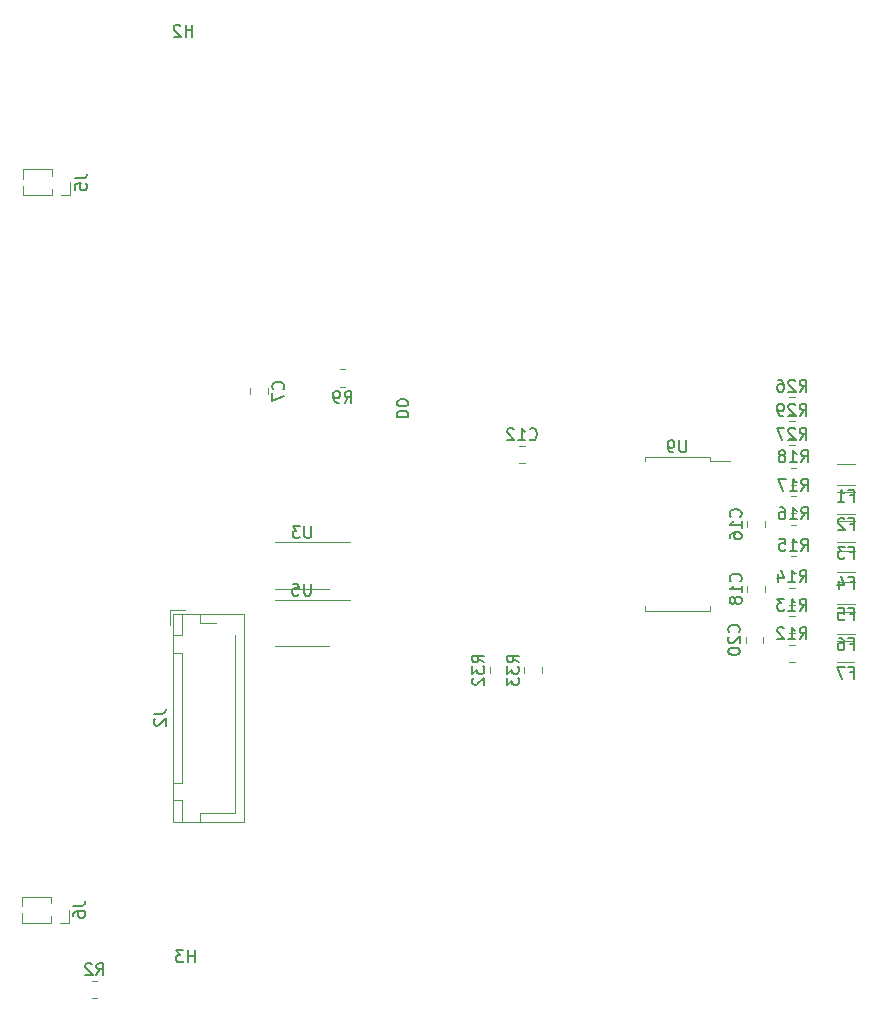
<source format=gbr>
%TF.GenerationSoftware,KiCad,Pcbnew,7.0.9*%
%TF.CreationDate,2024-01-08T18:18:13+05:30*%
%TF.ProjectId,BMS LTC6804-2,424d5320-4c54-4433-9638-30342d322e6b,rev?*%
%TF.SameCoordinates,Original*%
%TF.FileFunction,Legend,Bot*%
%TF.FilePolarity,Positive*%
%FSLAX46Y46*%
G04 Gerber Fmt 4.6, Leading zero omitted, Abs format (unit mm)*
G04 Created by KiCad (PCBNEW 7.0.9) date 2024-01-08 18:18:13*
%MOMM*%
%LPD*%
G01*
G04 APERTURE LIST*
%ADD10C,0.150000*%
%ADD11C,0.120000*%
G04 APERTURE END LIST*
D10*
X55425180Y-47601094D02*
X56425180Y-47601094D01*
X56425180Y-47601094D02*
X56425180Y-47362999D01*
X56425180Y-47362999D02*
X56377561Y-47220142D01*
X56377561Y-47220142D02*
X56282323Y-47124904D01*
X56282323Y-47124904D02*
X56187085Y-47077285D01*
X56187085Y-47077285D02*
X55996609Y-47029666D01*
X55996609Y-47029666D02*
X55853752Y-47029666D01*
X55853752Y-47029666D02*
X55663276Y-47077285D01*
X55663276Y-47077285D02*
X55568038Y-47124904D01*
X55568038Y-47124904D02*
X55472800Y-47220142D01*
X55472800Y-47220142D02*
X55425180Y-47362999D01*
X55425180Y-47362999D02*
X55425180Y-47601094D01*
X56425180Y-46410618D02*
X56425180Y-46315380D01*
X56425180Y-46315380D02*
X56377561Y-46220142D01*
X56377561Y-46220142D02*
X56329942Y-46172523D01*
X56329942Y-46172523D02*
X56234704Y-46124904D01*
X56234704Y-46124904D02*
X56044228Y-46077285D01*
X56044228Y-46077285D02*
X55806133Y-46077285D01*
X55806133Y-46077285D02*
X55615657Y-46124904D01*
X55615657Y-46124904D02*
X55520419Y-46172523D01*
X55520419Y-46172523D02*
X55472800Y-46220142D01*
X55472800Y-46220142D02*
X55425180Y-46315380D01*
X55425180Y-46315380D02*
X55425180Y-46410618D01*
X55425180Y-46410618D02*
X55472800Y-46505856D01*
X55472800Y-46505856D02*
X55520419Y-46553475D01*
X55520419Y-46553475D02*
X55615657Y-46601094D01*
X55615657Y-46601094D02*
X55806133Y-46648713D01*
X55806133Y-46648713D02*
X56044228Y-46648713D01*
X56044228Y-46648713D02*
X56234704Y-46601094D01*
X56234704Y-46601094D02*
X56329942Y-46553475D01*
X56329942Y-46553475D02*
X56377561Y-46505856D01*
X56377561Y-46505856D02*
X56425180Y-46410618D01*
X48183704Y-56802019D02*
X48183704Y-57611542D01*
X48183704Y-57611542D02*
X48136085Y-57706780D01*
X48136085Y-57706780D02*
X48088466Y-57754400D01*
X48088466Y-57754400D02*
X47993228Y-57802019D01*
X47993228Y-57802019D02*
X47802752Y-57802019D01*
X47802752Y-57802019D02*
X47707514Y-57754400D01*
X47707514Y-57754400D02*
X47659895Y-57706780D01*
X47659895Y-57706780D02*
X47612276Y-57611542D01*
X47612276Y-57611542D02*
X47612276Y-56802019D01*
X47231323Y-56802019D02*
X46612276Y-56802019D01*
X46612276Y-56802019D02*
X46945609Y-57182971D01*
X46945609Y-57182971D02*
X46802752Y-57182971D01*
X46802752Y-57182971D02*
X46707514Y-57230590D01*
X46707514Y-57230590D02*
X46659895Y-57278209D01*
X46659895Y-57278209D02*
X46612276Y-57373447D01*
X46612276Y-57373447D02*
X46612276Y-57611542D01*
X46612276Y-57611542D02*
X46659895Y-57706780D01*
X46659895Y-57706780D02*
X46707514Y-57754400D01*
X46707514Y-57754400D02*
X46802752Y-57802019D01*
X46802752Y-57802019D02*
X47088466Y-57802019D01*
X47088466Y-57802019D02*
X47183704Y-57754400D01*
X47183704Y-57754400D02*
X47231323Y-57706780D01*
X28057819Y-88947666D02*
X28772104Y-88947666D01*
X28772104Y-88947666D02*
X28914961Y-88900047D01*
X28914961Y-88900047D02*
X29010200Y-88804809D01*
X29010200Y-88804809D02*
X29057819Y-88661952D01*
X29057819Y-88661952D02*
X29057819Y-88566714D01*
X28057819Y-89852428D02*
X28057819Y-89661952D01*
X28057819Y-89661952D02*
X28105438Y-89566714D01*
X28105438Y-89566714D02*
X28153057Y-89519095D01*
X28153057Y-89519095D02*
X28295914Y-89423857D01*
X28295914Y-89423857D02*
X28486390Y-89376238D01*
X28486390Y-89376238D02*
X28867342Y-89376238D01*
X28867342Y-89376238D02*
X28962580Y-89423857D01*
X28962580Y-89423857D02*
X29010200Y-89471476D01*
X29010200Y-89471476D02*
X29057819Y-89566714D01*
X29057819Y-89566714D02*
X29057819Y-89757190D01*
X29057819Y-89757190D02*
X29010200Y-89852428D01*
X29010200Y-89852428D02*
X28962580Y-89900047D01*
X28962580Y-89900047D02*
X28867342Y-89947666D01*
X28867342Y-89947666D02*
X28629247Y-89947666D01*
X28629247Y-89947666D02*
X28534009Y-89900047D01*
X28534009Y-89900047D02*
X28486390Y-89852428D01*
X28486390Y-89852428D02*
X28438771Y-89757190D01*
X28438771Y-89757190D02*
X28438771Y-89566714D01*
X28438771Y-89566714D02*
X28486390Y-89471476D01*
X28486390Y-89471476D02*
X28534009Y-89423857D01*
X28534009Y-89423857D02*
X28629247Y-89376238D01*
X79938904Y-49544819D02*
X79938904Y-50354342D01*
X79938904Y-50354342D02*
X79891285Y-50449580D01*
X79891285Y-50449580D02*
X79843666Y-50497200D01*
X79843666Y-50497200D02*
X79748428Y-50544819D01*
X79748428Y-50544819D02*
X79557952Y-50544819D01*
X79557952Y-50544819D02*
X79462714Y-50497200D01*
X79462714Y-50497200D02*
X79415095Y-50449580D01*
X79415095Y-50449580D02*
X79367476Y-50354342D01*
X79367476Y-50354342D02*
X79367476Y-49544819D01*
X78843666Y-50544819D02*
X78653190Y-50544819D01*
X78653190Y-50544819D02*
X78557952Y-50497200D01*
X78557952Y-50497200D02*
X78510333Y-50449580D01*
X78510333Y-50449580D02*
X78415095Y-50306723D01*
X78415095Y-50306723D02*
X78367476Y-50116247D01*
X78367476Y-50116247D02*
X78367476Y-49735295D01*
X78367476Y-49735295D02*
X78415095Y-49640057D01*
X78415095Y-49640057D02*
X78462714Y-49592438D01*
X78462714Y-49592438D02*
X78557952Y-49544819D01*
X78557952Y-49544819D02*
X78748428Y-49544819D01*
X78748428Y-49544819D02*
X78843666Y-49592438D01*
X78843666Y-49592438D02*
X78891285Y-49640057D01*
X78891285Y-49640057D02*
X78938904Y-49735295D01*
X78938904Y-49735295D02*
X78938904Y-49973390D01*
X78938904Y-49973390D02*
X78891285Y-50068628D01*
X78891285Y-50068628D02*
X78843666Y-50116247D01*
X78843666Y-50116247D02*
X78748428Y-50163866D01*
X78748428Y-50163866D02*
X78557952Y-50163866D01*
X78557952Y-50163866D02*
X78462714Y-50116247D01*
X78462714Y-50116247D02*
X78415095Y-50068628D01*
X78415095Y-50068628D02*
X78367476Y-49973390D01*
X89542857Y-66368819D02*
X89876190Y-65892628D01*
X90114285Y-66368819D02*
X90114285Y-65368819D01*
X90114285Y-65368819D02*
X89733333Y-65368819D01*
X89733333Y-65368819D02*
X89638095Y-65416438D01*
X89638095Y-65416438D02*
X89590476Y-65464057D01*
X89590476Y-65464057D02*
X89542857Y-65559295D01*
X89542857Y-65559295D02*
X89542857Y-65702152D01*
X89542857Y-65702152D02*
X89590476Y-65797390D01*
X89590476Y-65797390D02*
X89638095Y-65845009D01*
X89638095Y-65845009D02*
X89733333Y-65892628D01*
X89733333Y-65892628D02*
X90114285Y-65892628D01*
X88590476Y-66368819D02*
X89161904Y-66368819D01*
X88876190Y-66368819D02*
X88876190Y-65368819D01*
X88876190Y-65368819D02*
X88971428Y-65511676D01*
X88971428Y-65511676D02*
X89066666Y-65606914D01*
X89066666Y-65606914D02*
X89161904Y-65654533D01*
X88209523Y-65464057D02*
X88161904Y-65416438D01*
X88161904Y-65416438D02*
X88066666Y-65368819D01*
X88066666Y-65368819D02*
X87828571Y-65368819D01*
X87828571Y-65368819D02*
X87733333Y-65416438D01*
X87733333Y-65416438D02*
X87685714Y-65464057D01*
X87685714Y-65464057D02*
X87638095Y-65559295D01*
X87638095Y-65559295D02*
X87638095Y-65654533D01*
X87638095Y-65654533D02*
X87685714Y-65797390D01*
X87685714Y-65797390D02*
X88257142Y-66368819D01*
X88257142Y-66368819D02*
X87638095Y-66368819D01*
X89669857Y-56208819D02*
X90003190Y-55732628D01*
X90241285Y-56208819D02*
X90241285Y-55208819D01*
X90241285Y-55208819D02*
X89860333Y-55208819D01*
X89860333Y-55208819D02*
X89765095Y-55256438D01*
X89765095Y-55256438D02*
X89717476Y-55304057D01*
X89717476Y-55304057D02*
X89669857Y-55399295D01*
X89669857Y-55399295D02*
X89669857Y-55542152D01*
X89669857Y-55542152D02*
X89717476Y-55637390D01*
X89717476Y-55637390D02*
X89765095Y-55685009D01*
X89765095Y-55685009D02*
X89860333Y-55732628D01*
X89860333Y-55732628D02*
X90241285Y-55732628D01*
X88717476Y-56208819D02*
X89288904Y-56208819D01*
X89003190Y-56208819D02*
X89003190Y-55208819D01*
X89003190Y-55208819D02*
X89098428Y-55351676D01*
X89098428Y-55351676D02*
X89193666Y-55446914D01*
X89193666Y-55446914D02*
X89288904Y-55494533D01*
X87860333Y-55208819D02*
X88050809Y-55208819D01*
X88050809Y-55208819D02*
X88146047Y-55256438D01*
X88146047Y-55256438D02*
X88193666Y-55304057D01*
X88193666Y-55304057D02*
X88288904Y-55446914D01*
X88288904Y-55446914D02*
X88336523Y-55637390D01*
X88336523Y-55637390D02*
X88336523Y-56018342D01*
X88336523Y-56018342D02*
X88288904Y-56113580D01*
X88288904Y-56113580D02*
X88241285Y-56161200D01*
X88241285Y-56161200D02*
X88146047Y-56208819D01*
X88146047Y-56208819D02*
X87955571Y-56208819D01*
X87955571Y-56208819D02*
X87860333Y-56161200D01*
X87860333Y-56161200D02*
X87812714Y-56113580D01*
X87812714Y-56113580D02*
X87765095Y-56018342D01*
X87765095Y-56018342D02*
X87765095Y-55780247D01*
X87765095Y-55780247D02*
X87812714Y-55685009D01*
X87812714Y-55685009D02*
X87860333Y-55637390D01*
X87860333Y-55637390D02*
X87955571Y-55589771D01*
X87955571Y-55589771D02*
X88146047Y-55589771D01*
X88146047Y-55589771D02*
X88241285Y-55637390D01*
X88241285Y-55637390D02*
X88288904Y-55685009D01*
X88288904Y-55685009D02*
X88336523Y-55780247D01*
X89669857Y-53795819D02*
X90003190Y-53319628D01*
X90241285Y-53795819D02*
X90241285Y-52795819D01*
X90241285Y-52795819D02*
X89860333Y-52795819D01*
X89860333Y-52795819D02*
X89765095Y-52843438D01*
X89765095Y-52843438D02*
X89717476Y-52891057D01*
X89717476Y-52891057D02*
X89669857Y-52986295D01*
X89669857Y-52986295D02*
X89669857Y-53129152D01*
X89669857Y-53129152D02*
X89717476Y-53224390D01*
X89717476Y-53224390D02*
X89765095Y-53272009D01*
X89765095Y-53272009D02*
X89860333Y-53319628D01*
X89860333Y-53319628D02*
X90241285Y-53319628D01*
X88717476Y-53795819D02*
X89288904Y-53795819D01*
X89003190Y-53795819D02*
X89003190Y-52795819D01*
X89003190Y-52795819D02*
X89098428Y-52938676D01*
X89098428Y-52938676D02*
X89193666Y-53033914D01*
X89193666Y-53033914D02*
X89288904Y-53081533D01*
X88384142Y-52795819D02*
X87717476Y-52795819D01*
X87717476Y-52795819D02*
X88146047Y-53795819D01*
X93805333Y-56615009D02*
X94138666Y-56615009D01*
X94138666Y-57138819D02*
X94138666Y-56138819D01*
X94138666Y-56138819D02*
X93662476Y-56138819D01*
X93329142Y-56234057D02*
X93281523Y-56186438D01*
X93281523Y-56186438D02*
X93186285Y-56138819D01*
X93186285Y-56138819D02*
X92948190Y-56138819D01*
X92948190Y-56138819D02*
X92852952Y-56186438D01*
X92852952Y-56186438D02*
X92805333Y-56234057D01*
X92805333Y-56234057D02*
X92757714Y-56329295D01*
X92757714Y-56329295D02*
X92757714Y-56424533D01*
X92757714Y-56424533D02*
X92805333Y-56567390D01*
X92805333Y-56567390D02*
X93376761Y-57138819D01*
X93376761Y-57138819D02*
X92757714Y-57138819D01*
X51017466Y-46377019D02*
X51350799Y-45900828D01*
X51588894Y-46377019D02*
X51588894Y-45377019D01*
X51588894Y-45377019D02*
X51207942Y-45377019D01*
X51207942Y-45377019D02*
X51112704Y-45424638D01*
X51112704Y-45424638D02*
X51065085Y-45472257D01*
X51065085Y-45472257D02*
X51017466Y-45567495D01*
X51017466Y-45567495D02*
X51017466Y-45710352D01*
X51017466Y-45710352D02*
X51065085Y-45805590D01*
X51065085Y-45805590D02*
X51112704Y-45853209D01*
X51112704Y-45853209D02*
X51207942Y-45900828D01*
X51207942Y-45900828D02*
X51588894Y-45900828D01*
X50541275Y-46377019D02*
X50350799Y-46377019D01*
X50350799Y-46377019D02*
X50255561Y-46329400D01*
X50255561Y-46329400D02*
X50207942Y-46281780D01*
X50207942Y-46281780D02*
X50112704Y-46138923D01*
X50112704Y-46138923D02*
X50065085Y-45948447D01*
X50065085Y-45948447D02*
X50065085Y-45567495D01*
X50065085Y-45567495D02*
X50112704Y-45472257D01*
X50112704Y-45472257D02*
X50160323Y-45424638D01*
X50160323Y-45424638D02*
X50255561Y-45377019D01*
X50255561Y-45377019D02*
X50446037Y-45377019D01*
X50446037Y-45377019D02*
X50541275Y-45424638D01*
X50541275Y-45424638D02*
X50588894Y-45472257D01*
X50588894Y-45472257D02*
X50636513Y-45567495D01*
X50636513Y-45567495D02*
X50636513Y-45805590D01*
X50636513Y-45805590D02*
X50588894Y-45900828D01*
X50588894Y-45900828D02*
X50541275Y-45948447D01*
X50541275Y-45948447D02*
X50446037Y-45996066D01*
X50446037Y-45996066D02*
X50255561Y-45996066D01*
X50255561Y-45996066D02*
X50160323Y-45948447D01*
X50160323Y-45948447D02*
X50112704Y-45900828D01*
X50112704Y-45900828D02*
X50065085Y-45805590D01*
X89542857Y-63955819D02*
X89876190Y-63479628D01*
X90114285Y-63955819D02*
X90114285Y-62955819D01*
X90114285Y-62955819D02*
X89733333Y-62955819D01*
X89733333Y-62955819D02*
X89638095Y-63003438D01*
X89638095Y-63003438D02*
X89590476Y-63051057D01*
X89590476Y-63051057D02*
X89542857Y-63146295D01*
X89542857Y-63146295D02*
X89542857Y-63289152D01*
X89542857Y-63289152D02*
X89590476Y-63384390D01*
X89590476Y-63384390D02*
X89638095Y-63432009D01*
X89638095Y-63432009D02*
X89733333Y-63479628D01*
X89733333Y-63479628D02*
X90114285Y-63479628D01*
X88590476Y-63955819D02*
X89161904Y-63955819D01*
X88876190Y-63955819D02*
X88876190Y-62955819D01*
X88876190Y-62955819D02*
X88971428Y-63098676D01*
X88971428Y-63098676D02*
X89066666Y-63193914D01*
X89066666Y-63193914D02*
X89161904Y-63241533D01*
X88257142Y-62955819D02*
X87638095Y-62955819D01*
X87638095Y-62955819D02*
X87971428Y-63336771D01*
X87971428Y-63336771D02*
X87828571Y-63336771D01*
X87828571Y-63336771D02*
X87733333Y-63384390D01*
X87733333Y-63384390D02*
X87685714Y-63432009D01*
X87685714Y-63432009D02*
X87638095Y-63527247D01*
X87638095Y-63527247D02*
X87638095Y-63765342D01*
X87638095Y-63765342D02*
X87685714Y-63860580D01*
X87685714Y-63860580D02*
X87733333Y-63908200D01*
X87733333Y-63908200D02*
X87828571Y-63955819D01*
X87828571Y-63955819D02*
X88114285Y-63955819D01*
X88114285Y-63955819D02*
X88209523Y-63908200D01*
X88209523Y-63908200D02*
X88257142Y-63860580D01*
X45803780Y-45197733D02*
X45851400Y-45150114D01*
X45851400Y-45150114D02*
X45899019Y-45007257D01*
X45899019Y-45007257D02*
X45899019Y-44912019D01*
X45899019Y-44912019D02*
X45851400Y-44769162D01*
X45851400Y-44769162D02*
X45756161Y-44673924D01*
X45756161Y-44673924D02*
X45660923Y-44626305D01*
X45660923Y-44626305D02*
X45470447Y-44578686D01*
X45470447Y-44578686D02*
X45327590Y-44578686D01*
X45327590Y-44578686D02*
X45137114Y-44626305D01*
X45137114Y-44626305D02*
X45041876Y-44673924D01*
X45041876Y-44673924D02*
X44946638Y-44769162D01*
X44946638Y-44769162D02*
X44899019Y-44912019D01*
X44899019Y-44912019D02*
X44899019Y-45007257D01*
X44899019Y-45007257D02*
X44946638Y-45150114D01*
X44946638Y-45150114D02*
X44994257Y-45197733D01*
X44899019Y-45531067D02*
X44899019Y-46197733D01*
X44899019Y-46197733D02*
X45899019Y-45769162D01*
X65784619Y-68343542D02*
X65308428Y-68010209D01*
X65784619Y-67772114D02*
X64784619Y-67772114D01*
X64784619Y-67772114D02*
X64784619Y-68153066D01*
X64784619Y-68153066D02*
X64832238Y-68248304D01*
X64832238Y-68248304D02*
X64879857Y-68295923D01*
X64879857Y-68295923D02*
X64975095Y-68343542D01*
X64975095Y-68343542D02*
X65117952Y-68343542D01*
X65117952Y-68343542D02*
X65213190Y-68295923D01*
X65213190Y-68295923D02*
X65260809Y-68248304D01*
X65260809Y-68248304D02*
X65308428Y-68153066D01*
X65308428Y-68153066D02*
X65308428Y-67772114D01*
X64784619Y-68676876D02*
X64784619Y-69295923D01*
X64784619Y-69295923D02*
X65165571Y-68962590D01*
X65165571Y-68962590D02*
X65165571Y-69105447D01*
X65165571Y-69105447D02*
X65213190Y-69200685D01*
X65213190Y-69200685D02*
X65260809Y-69248304D01*
X65260809Y-69248304D02*
X65356047Y-69295923D01*
X65356047Y-69295923D02*
X65594142Y-69295923D01*
X65594142Y-69295923D02*
X65689380Y-69248304D01*
X65689380Y-69248304D02*
X65737000Y-69200685D01*
X65737000Y-69200685D02*
X65784619Y-69105447D01*
X65784619Y-69105447D02*
X65784619Y-68819733D01*
X65784619Y-68819733D02*
X65737000Y-68724495D01*
X65737000Y-68724495D02*
X65689380Y-68676876D01*
X64784619Y-69629257D02*
X64784619Y-70248304D01*
X64784619Y-70248304D02*
X65165571Y-69914971D01*
X65165571Y-69914971D02*
X65165571Y-70057828D01*
X65165571Y-70057828D02*
X65213190Y-70153066D01*
X65213190Y-70153066D02*
X65260809Y-70200685D01*
X65260809Y-70200685D02*
X65356047Y-70248304D01*
X65356047Y-70248304D02*
X65594142Y-70248304D01*
X65594142Y-70248304D02*
X65689380Y-70200685D01*
X65689380Y-70200685D02*
X65737000Y-70153066D01*
X65737000Y-70153066D02*
X65784619Y-70057828D01*
X65784619Y-70057828D02*
X65784619Y-69772114D01*
X65784619Y-69772114D02*
X65737000Y-69676876D01*
X65737000Y-69676876D02*
X65689380Y-69629257D01*
X89542857Y-49477819D02*
X89876190Y-49001628D01*
X90114285Y-49477819D02*
X90114285Y-48477819D01*
X90114285Y-48477819D02*
X89733333Y-48477819D01*
X89733333Y-48477819D02*
X89638095Y-48525438D01*
X89638095Y-48525438D02*
X89590476Y-48573057D01*
X89590476Y-48573057D02*
X89542857Y-48668295D01*
X89542857Y-48668295D02*
X89542857Y-48811152D01*
X89542857Y-48811152D02*
X89590476Y-48906390D01*
X89590476Y-48906390D02*
X89638095Y-48954009D01*
X89638095Y-48954009D02*
X89733333Y-49001628D01*
X89733333Y-49001628D02*
X90114285Y-49001628D01*
X89161904Y-48573057D02*
X89114285Y-48525438D01*
X89114285Y-48525438D02*
X89019047Y-48477819D01*
X89019047Y-48477819D02*
X88780952Y-48477819D01*
X88780952Y-48477819D02*
X88685714Y-48525438D01*
X88685714Y-48525438D02*
X88638095Y-48573057D01*
X88638095Y-48573057D02*
X88590476Y-48668295D01*
X88590476Y-48668295D02*
X88590476Y-48763533D01*
X88590476Y-48763533D02*
X88638095Y-48906390D01*
X88638095Y-48906390D02*
X89209523Y-49477819D01*
X89209523Y-49477819D02*
X88590476Y-49477819D01*
X88257142Y-48477819D02*
X87590476Y-48477819D01*
X87590476Y-48477819D02*
X88019047Y-49477819D01*
X89542857Y-47445819D02*
X89876190Y-46969628D01*
X90114285Y-47445819D02*
X90114285Y-46445819D01*
X90114285Y-46445819D02*
X89733333Y-46445819D01*
X89733333Y-46445819D02*
X89638095Y-46493438D01*
X89638095Y-46493438D02*
X89590476Y-46541057D01*
X89590476Y-46541057D02*
X89542857Y-46636295D01*
X89542857Y-46636295D02*
X89542857Y-46779152D01*
X89542857Y-46779152D02*
X89590476Y-46874390D01*
X89590476Y-46874390D02*
X89638095Y-46922009D01*
X89638095Y-46922009D02*
X89733333Y-46969628D01*
X89733333Y-46969628D02*
X90114285Y-46969628D01*
X89161904Y-46541057D02*
X89114285Y-46493438D01*
X89114285Y-46493438D02*
X89019047Y-46445819D01*
X89019047Y-46445819D02*
X88780952Y-46445819D01*
X88780952Y-46445819D02*
X88685714Y-46493438D01*
X88685714Y-46493438D02*
X88638095Y-46541057D01*
X88638095Y-46541057D02*
X88590476Y-46636295D01*
X88590476Y-46636295D02*
X88590476Y-46731533D01*
X88590476Y-46731533D02*
X88638095Y-46874390D01*
X88638095Y-46874390D02*
X89209523Y-47445819D01*
X89209523Y-47445819D02*
X88590476Y-47445819D01*
X88114285Y-47445819D02*
X87923809Y-47445819D01*
X87923809Y-47445819D02*
X87828571Y-47398200D01*
X87828571Y-47398200D02*
X87780952Y-47350580D01*
X87780952Y-47350580D02*
X87685714Y-47207723D01*
X87685714Y-47207723D02*
X87638095Y-47017247D01*
X87638095Y-47017247D02*
X87638095Y-46636295D01*
X87638095Y-46636295D02*
X87685714Y-46541057D01*
X87685714Y-46541057D02*
X87733333Y-46493438D01*
X87733333Y-46493438D02*
X87828571Y-46445819D01*
X87828571Y-46445819D02*
X88019047Y-46445819D01*
X88019047Y-46445819D02*
X88114285Y-46493438D01*
X88114285Y-46493438D02*
X88161904Y-46541057D01*
X88161904Y-46541057D02*
X88209523Y-46636295D01*
X88209523Y-46636295D02*
X88209523Y-46874390D01*
X88209523Y-46874390D02*
X88161904Y-46969628D01*
X88161904Y-46969628D02*
X88114285Y-47017247D01*
X88114285Y-47017247D02*
X88019047Y-47064866D01*
X88019047Y-47064866D02*
X87828571Y-47064866D01*
X87828571Y-47064866D02*
X87733333Y-47017247D01*
X87733333Y-47017247D02*
X87685714Y-46969628D01*
X87685714Y-46969628D02*
X87638095Y-46874390D01*
X38328504Y-93714619D02*
X38328504Y-92714619D01*
X38328504Y-93190809D02*
X37757076Y-93190809D01*
X37757076Y-93714619D02*
X37757076Y-92714619D01*
X37376123Y-92714619D02*
X36757076Y-92714619D01*
X36757076Y-92714619D02*
X37090409Y-93095571D01*
X37090409Y-93095571D02*
X36947552Y-93095571D01*
X36947552Y-93095571D02*
X36852314Y-93143190D01*
X36852314Y-93143190D02*
X36804695Y-93190809D01*
X36804695Y-93190809D02*
X36757076Y-93286047D01*
X36757076Y-93286047D02*
X36757076Y-93524142D01*
X36757076Y-93524142D02*
X36804695Y-93619380D01*
X36804695Y-93619380D02*
X36852314Y-93667000D01*
X36852314Y-93667000D02*
X36947552Y-93714619D01*
X36947552Y-93714619D02*
X37233266Y-93714619D01*
X37233266Y-93714619D02*
X37328504Y-93667000D01*
X37328504Y-93667000D02*
X37376123Y-93619380D01*
X84531580Y-61460142D02*
X84579200Y-61412523D01*
X84579200Y-61412523D02*
X84626819Y-61269666D01*
X84626819Y-61269666D02*
X84626819Y-61174428D01*
X84626819Y-61174428D02*
X84579200Y-61031571D01*
X84579200Y-61031571D02*
X84483961Y-60936333D01*
X84483961Y-60936333D02*
X84388723Y-60888714D01*
X84388723Y-60888714D02*
X84198247Y-60841095D01*
X84198247Y-60841095D02*
X84055390Y-60841095D01*
X84055390Y-60841095D02*
X83864914Y-60888714D01*
X83864914Y-60888714D02*
X83769676Y-60936333D01*
X83769676Y-60936333D02*
X83674438Y-61031571D01*
X83674438Y-61031571D02*
X83626819Y-61174428D01*
X83626819Y-61174428D02*
X83626819Y-61269666D01*
X83626819Y-61269666D02*
X83674438Y-61412523D01*
X83674438Y-61412523D02*
X83722057Y-61460142D01*
X84626819Y-62412523D02*
X84626819Y-61841095D01*
X84626819Y-62126809D02*
X83626819Y-62126809D01*
X83626819Y-62126809D02*
X83769676Y-62031571D01*
X83769676Y-62031571D02*
X83864914Y-61936333D01*
X83864914Y-61936333D02*
X83912533Y-61841095D01*
X84055390Y-62983952D02*
X84007771Y-62888714D01*
X84007771Y-62888714D02*
X83960152Y-62841095D01*
X83960152Y-62841095D02*
X83864914Y-62793476D01*
X83864914Y-62793476D02*
X83817295Y-62793476D01*
X83817295Y-62793476D02*
X83722057Y-62841095D01*
X83722057Y-62841095D02*
X83674438Y-62888714D01*
X83674438Y-62888714D02*
X83626819Y-62983952D01*
X83626819Y-62983952D02*
X83626819Y-63174428D01*
X83626819Y-63174428D02*
X83674438Y-63269666D01*
X83674438Y-63269666D02*
X83722057Y-63317285D01*
X83722057Y-63317285D02*
X83817295Y-63364904D01*
X83817295Y-63364904D02*
X83864914Y-63364904D01*
X83864914Y-63364904D02*
X83960152Y-63317285D01*
X83960152Y-63317285D02*
X84007771Y-63269666D01*
X84007771Y-63269666D02*
X84055390Y-63174428D01*
X84055390Y-63174428D02*
X84055390Y-62983952D01*
X84055390Y-62983952D02*
X84103009Y-62888714D01*
X84103009Y-62888714D02*
X84150628Y-62841095D01*
X84150628Y-62841095D02*
X84245866Y-62793476D01*
X84245866Y-62793476D02*
X84436342Y-62793476D01*
X84436342Y-62793476D02*
X84531580Y-62841095D01*
X84531580Y-62841095D02*
X84579200Y-62888714D01*
X84579200Y-62888714D02*
X84626819Y-62983952D01*
X84626819Y-62983952D02*
X84626819Y-63174428D01*
X84626819Y-63174428D02*
X84579200Y-63269666D01*
X84579200Y-63269666D02*
X84531580Y-63317285D01*
X84531580Y-63317285D02*
X84436342Y-63364904D01*
X84436342Y-63364904D02*
X84245866Y-63364904D01*
X84245866Y-63364904D02*
X84150628Y-63317285D01*
X84150628Y-63317285D02*
X84103009Y-63269666D01*
X84103009Y-63269666D02*
X84055390Y-63174428D01*
X93805333Y-61568009D02*
X94138666Y-61568009D01*
X94138666Y-62091819D02*
X94138666Y-61091819D01*
X94138666Y-61091819D02*
X93662476Y-61091819D01*
X92852952Y-61425152D02*
X92852952Y-62091819D01*
X93091047Y-61044200D02*
X93329142Y-61758485D01*
X93329142Y-61758485D02*
X92710095Y-61758485D01*
X89542857Y-61542819D02*
X89876190Y-61066628D01*
X90114285Y-61542819D02*
X90114285Y-60542819D01*
X90114285Y-60542819D02*
X89733333Y-60542819D01*
X89733333Y-60542819D02*
X89638095Y-60590438D01*
X89638095Y-60590438D02*
X89590476Y-60638057D01*
X89590476Y-60638057D02*
X89542857Y-60733295D01*
X89542857Y-60733295D02*
X89542857Y-60876152D01*
X89542857Y-60876152D02*
X89590476Y-60971390D01*
X89590476Y-60971390D02*
X89638095Y-61019009D01*
X89638095Y-61019009D02*
X89733333Y-61066628D01*
X89733333Y-61066628D02*
X90114285Y-61066628D01*
X88590476Y-61542819D02*
X89161904Y-61542819D01*
X88876190Y-61542819D02*
X88876190Y-60542819D01*
X88876190Y-60542819D02*
X88971428Y-60685676D01*
X88971428Y-60685676D02*
X89066666Y-60780914D01*
X89066666Y-60780914D02*
X89161904Y-60828533D01*
X87733333Y-60876152D02*
X87733333Y-61542819D01*
X87971428Y-60495200D02*
X88209523Y-61209485D01*
X88209523Y-61209485D02*
X87590476Y-61209485D01*
X30011666Y-94816819D02*
X30344999Y-94340628D01*
X30583094Y-94816819D02*
X30583094Y-93816819D01*
X30583094Y-93816819D02*
X30202142Y-93816819D01*
X30202142Y-93816819D02*
X30106904Y-93864438D01*
X30106904Y-93864438D02*
X30059285Y-93912057D01*
X30059285Y-93912057D02*
X30011666Y-94007295D01*
X30011666Y-94007295D02*
X30011666Y-94150152D01*
X30011666Y-94150152D02*
X30059285Y-94245390D01*
X30059285Y-94245390D02*
X30106904Y-94293009D01*
X30106904Y-94293009D02*
X30202142Y-94340628D01*
X30202142Y-94340628D02*
X30583094Y-94340628D01*
X29630713Y-93912057D02*
X29583094Y-93864438D01*
X29583094Y-93864438D02*
X29487856Y-93816819D01*
X29487856Y-93816819D02*
X29249761Y-93816819D01*
X29249761Y-93816819D02*
X29154523Y-93864438D01*
X29154523Y-93864438D02*
X29106904Y-93912057D01*
X29106904Y-93912057D02*
X29059285Y-94007295D01*
X29059285Y-94007295D02*
X29059285Y-94102533D01*
X29059285Y-94102533D02*
X29106904Y-94245390D01*
X29106904Y-94245390D02*
X29678332Y-94816819D01*
X29678332Y-94816819D02*
X29059285Y-94816819D01*
X93805333Y-54202009D02*
X94138666Y-54202009D01*
X94138666Y-54725819D02*
X94138666Y-53725819D01*
X94138666Y-53725819D02*
X93662476Y-53725819D01*
X92757714Y-54725819D02*
X93329142Y-54725819D01*
X93043428Y-54725819D02*
X93043428Y-53725819D01*
X93043428Y-53725819D02*
X93138666Y-53868676D01*
X93138666Y-53868676D02*
X93233904Y-53963914D01*
X93233904Y-53963914D02*
X93329142Y-54011533D01*
X34876819Y-72691666D02*
X35591104Y-72691666D01*
X35591104Y-72691666D02*
X35733961Y-72644047D01*
X35733961Y-72644047D02*
X35829200Y-72548809D01*
X35829200Y-72548809D02*
X35876819Y-72405952D01*
X35876819Y-72405952D02*
X35876819Y-72310714D01*
X34972057Y-73120238D02*
X34924438Y-73167857D01*
X34924438Y-73167857D02*
X34876819Y-73263095D01*
X34876819Y-73263095D02*
X34876819Y-73501190D01*
X34876819Y-73501190D02*
X34924438Y-73596428D01*
X34924438Y-73596428D02*
X34972057Y-73644047D01*
X34972057Y-73644047D02*
X35067295Y-73691666D01*
X35067295Y-73691666D02*
X35162533Y-73691666D01*
X35162533Y-73691666D02*
X35305390Y-73644047D01*
X35305390Y-73644047D02*
X35876819Y-73072619D01*
X35876819Y-73072619D02*
X35876819Y-73691666D01*
X38125304Y-15355619D02*
X38125304Y-14355619D01*
X38125304Y-14831809D02*
X37553876Y-14831809D01*
X37553876Y-15355619D02*
X37553876Y-14355619D01*
X37125304Y-14450857D02*
X37077685Y-14403238D01*
X37077685Y-14403238D02*
X36982447Y-14355619D01*
X36982447Y-14355619D02*
X36744352Y-14355619D01*
X36744352Y-14355619D02*
X36649114Y-14403238D01*
X36649114Y-14403238D02*
X36601495Y-14450857D01*
X36601495Y-14450857D02*
X36553876Y-14546095D01*
X36553876Y-14546095D02*
X36553876Y-14641333D01*
X36553876Y-14641333D02*
X36601495Y-14784190D01*
X36601495Y-14784190D02*
X37172923Y-15355619D01*
X37172923Y-15355619D02*
X36553876Y-15355619D01*
X84404580Y-65778142D02*
X84452200Y-65730523D01*
X84452200Y-65730523D02*
X84499819Y-65587666D01*
X84499819Y-65587666D02*
X84499819Y-65492428D01*
X84499819Y-65492428D02*
X84452200Y-65349571D01*
X84452200Y-65349571D02*
X84356961Y-65254333D01*
X84356961Y-65254333D02*
X84261723Y-65206714D01*
X84261723Y-65206714D02*
X84071247Y-65159095D01*
X84071247Y-65159095D02*
X83928390Y-65159095D01*
X83928390Y-65159095D02*
X83737914Y-65206714D01*
X83737914Y-65206714D02*
X83642676Y-65254333D01*
X83642676Y-65254333D02*
X83547438Y-65349571D01*
X83547438Y-65349571D02*
X83499819Y-65492428D01*
X83499819Y-65492428D02*
X83499819Y-65587666D01*
X83499819Y-65587666D02*
X83547438Y-65730523D01*
X83547438Y-65730523D02*
X83595057Y-65778142D01*
X83595057Y-66159095D02*
X83547438Y-66206714D01*
X83547438Y-66206714D02*
X83499819Y-66301952D01*
X83499819Y-66301952D02*
X83499819Y-66540047D01*
X83499819Y-66540047D02*
X83547438Y-66635285D01*
X83547438Y-66635285D02*
X83595057Y-66682904D01*
X83595057Y-66682904D02*
X83690295Y-66730523D01*
X83690295Y-66730523D02*
X83785533Y-66730523D01*
X83785533Y-66730523D02*
X83928390Y-66682904D01*
X83928390Y-66682904D02*
X84499819Y-66111476D01*
X84499819Y-66111476D02*
X84499819Y-66730523D01*
X83499819Y-67349571D02*
X83499819Y-67444809D01*
X83499819Y-67444809D02*
X83547438Y-67540047D01*
X83547438Y-67540047D02*
X83595057Y-67587666D01*
X83595057Y-67587666D02*
X83690295Y-67635285D01*
X83690295Y-67635285D02*
X83880771Y-67682904D01*
X83880771Y-67682904D02*
X84118866Y-67682904D01*
X84118866Y-67682904D02*
X84309342Y-67635285D01*
X84309342Y-67635285D02*
X84404580Y-67587666D01*
X84404580Y-67587666D02*
X84452200Y-67540047D01*
X84452200Y-67540047D02*
X84499819Y-67444809D01*
X84499819Y-67444809D02*
X84499819Y-67349571D01*
X84499819Y-67349571D02*
X84452200Y-67254333D01*
X84452200Y-67254333D02*
X84404580Y-67206714D01*
X84404580Y-67206714D02*
X84309342Y-67159095D01*
X84309342Y-67159095D02*
X84118866Y-67111476D01*
X84118866Y-67111476D02*
X83880771Y-67111476D01*
X83880771Y-67111476D02*
X83690295Y-67159095D01*
X83690295Y-67159095D02*
X83595057Y-67206714D01*
X83595057Y-67206714D02*
X83547438Y-67254333D01*
X83547438Y-67254333D02*
X83499819Y-67349571D01*
X89669857Y-58875819D02*
X90003190Y-58399628D01*
X90241285Y-58875819D02*
X90241285Y-57875819D01*
X90241285Y-57875819D02*
X89860333Y-57875819D01*
X89860333Y-57875819D02*
X89765095Y-57923438D01*
X89765095Y-57923438D02*
X89717476Y-57971057D01*
X89717476Y-57971057D02*
X89669857Y-58066295D01*
X89669857Y-58066295D02*
X89669857Y-58209152D01*
X89669857Y-58209152D02*
X89717476Y-58304390D01*
X89717476Y-58304390D02*
X89765095Y-58352009D01*
X89765095Y-58352009D02*
X89860333Y-58399628D01*
X89860333Y-58399628D02*
X90241285Y-58399628D01*
X88717476Y-58875819D02*
X89288904Y-58875819D01*
X89003190Y-58875819D02*
X89003190Y-57875819D01*
X89003190Y-57875819D02*
X89098428Y-58018676D01*
X89098428Y-58018676D02*
X89193666Y-58113914D01*
X89193666Y-58113914D02*
X89288904Y-58161533D01*
X87812714Y-57875819D02*
X88288904Y-57875819D01*
X88288904Y-57875819D02*
X88336523Y-58352009D01*
X88336523Y-58352009D02*
X88288904Y-58304390D01*
X88288904Y-58304390D02*
X88193666Y-58256771D01*
X88193666Y-58256771D02*
X87955571Y-58256771D01*
X87955571Y-58256771D02*
X87860333Y-58304390D01*
X87860333Y-58304390D02*
X87812714Y-58352009D01*
X87812714Y-58352009D02*
X87765095Y-58447247D01*
X87765095Y-58447247D02*
X87765095Y-58685342D01*
X87765095Y-58685342D02*
X87812714Y-58780580D01*
X87812714Y-58780580D02*
X87860333Y-58828200D01*
X87860333Y-58828200D02*
X87955571Y-58875819D01*
X87955571Y-58875819D02*
X88193666Y-58875819D01*
X88193666Y-58875819D02*
X88288904Y-58828200D01*
X88288904Y-58828200D02*
X88336523Y-58780580D01*
X28200819Y-27352666D02*
X28915104Y-27352666D01*
X28915104Y-27352666D02*
X29057961Y-27305047D01*
X29057961Y-27305047D02*
X29153200Y-27209809D01*
X29153200Y-27209809D02*
X29200819Y-27066952D01*
X29200819Y-27066952D02*
X29200819Y-26971714D01*
X28200819Y-28305047D02*
X28200819Y-27828857D01*
X28200819Y-27828857D02*
X28677009Y-27781238D01*
X28677009Y-27781238D02*
X28629390Y-27828857D01*
X28629390Y-27828857D02*
X28581771Y-27924095D01*
X28581771Y-27924095D02*
X28581771Y-28162190D01*
X28581771Y-28162190D02*
X28629390Y-28257428D01*
X28629390Y-28257428D02*
X28677009Y-28305047D01*
X28677009Y-28305047D02*
X28772247Y-28352666D01*
X28772247Y-28352666D02*
X29010342Y-28352666D01*
X29010342Y-28352666D02*
X29105580Y-28305047D01*
X29105580Y-28305047D02*
X29153200Y-28257428D01*
X29153200Y-28257428D02*
X29200819Y-28162190D01*
X29200819Y-28162190D02*
X29200819Y-27924095D01*
X29200819Y-27924095D02*
X29153200Y-27828857D01*
X29153200Y-27828857D02*
X29105580Y-27781238D01*
X84531580Y-55999142D02*
X84579200Y-55951523D01*
X84579200Y-55951523D02*
X84626819Y-55808666D01*
X84626819Y-55808666D02*
X84626819Y-55713428D01*
X84626819Y-55713428D02*
X84579200Y-55570571D01*
X84579200Y-55570571D02*
X84483961Y-55475333D01*
X84483961Y-55475333D02*
X84388723Y-55427714D01*
X84388723Y-55427714D02*
X84198247Y-55380095D01*
X84198247Y-55380095D02*
X84055390Y-55380095D01*
X84055390Y-55380095D02*
X83864914Y-55427714D01*
X83864914Y-55427714D02*
X83769676Y-55475333D01*
X83769676Y-55475333D02*
X83674438Y-55570571D01*
X83674438Y-55570571D02*
X83626819Y-55713428D01*
X83626819Y-55713428D02*
X83626819Y-55808666D01*
X83626819Y-55808666D02*
X83674438Y-55951523D01*
X83674438Y-55951523D02*
X83722057Y-55999142D01*
X84626819Y-56951523D02*
X84626819Y-56380095D01*
X84626819Y-56665809D02*
X83626819Y-56665809D01*
X83626819Y-56665809D02*
X83769676Y-56570571D01*
X83769676Y-56570571D02*
X83864914Y-56475333D01*
X83864914Y-56475333D02*
X83912533Y-56380095D01*
X83626819Y-57808666D02*
X83626819Y-57618190D01*
X83626819Y-57618190D02*
X83674438Y-57522952D01*
X83674438Y-57522952D02*
X83722057Y-57475333D01*
X83722057Y-57475333D02*
X83864914Y-57380095D01*
X83864914Y-57380095D02*
X84055390Y-57332476D01*
X84055390Y-57332476D02*
X84436342Y-57332476D01*
X84436342Y-57332476D02*
X84531580Y-57380095D01*
X84531580Y-57380095D02*
X84579200Y-57427714D01*
X84579200Y-57427714D02*
X84626819Y-57522952D01*
X84626819Y-57522952D02*
X84626819Y-57713428D01*
X84626819Y-57713428D02*
X84579200Y-57808666D01*
X84579200Y-57808666D02*
X84531580Y-57856285D01*
X84531580Y-57856285D02*
X84436342Y-57903904D01*
X84436342Y-57903904D02*
X84198247Y-57903904D01*
X84198247Y-57903904D02*
X84103009Y-57856285D01*
X84103009Y-57856285D02*
X84055390Y-57808666D01*
X84055390Y-57808666D02*
X84007771Y-57713428D01*
X84007771Y-57713428D02*
X84007771Y-57522952D01*
X84007771Y-57522952D02*
X84055390Y-57427714D01*
X84055390Y-57427714D02*
X84103009Y-57380095D01*
X84103009Y-57380095D02*
X84198247Y-57332476D01*
X48158304Y-61678819D02*
X48158304Y-62488342D01*
X48158304Y-62488342D02*
X48110685Y-62583580D01*
X48110685Y-62583580D02*
X48063066Y-62631200D01*
X48063066Y-62631200D02*
X47967828Y-62678819D01*
X47967828Y-62678819D02*
X47777352Y-62678819D01*
X47777352Y-62678819D02*
X47682114Y-62631200D01*
X47682114Y-62631200D02*
X47634495Y-62583580D01*
X47634495Y-62583580D02*
X47586876Y-62488342D01*
X47586876Y-62488342D02*
X47586876Y-61678819D01*
X46634495Y-61678819D02*
X47110685Y-61678819D01*
X47110685Y-61678819D02*
X47158304Y-62155009D01*
X47158304Y-62155009D02*
X47110685Y-62107390D01*
X47110685Y-62107390D02*
X47015447Y-62059771D01*
X47015447Y-62059771D02*
X46777352Y-62059771D01*
X46777352Y-62059771D02*
X46682114Y-62107390D01*
X46682114Y-62107390D02*
X46634495Y-62155009D01*
X46634495Y-62155009D02*
X46586876Y-62250247D01*
X46586876Y-62250247D02*
X46586876Y-62488342D01*
X46586876Y-62488342D02*
X46634495Y-62583580D01*
X46634495Y-62583580D02*
X46682114Y-62631200D01*
X46682114Y-62631200D02*
X46777352Y-62678819D01*
X46777352Y-62678819D02*
X47015447Y-62678819D01*
X47015447Y-62678819D02*
X47110685Y-62631200D01*
X47110685Y-62631200D02*
X47158304Y-62583580D01*
X93779333Y-69188009D02*
X94112666Y-69188009D01*
X94112666Y-69711819D02*
X94112666Y-68711819D01*
X94112666Y-68711819D02*
X93636476Y-68711819D01*
X93350761Y-68711819D02*
X92684095Y-68711819D01*
X92684095Y-68711819D02*
X93112666Y-69711819D01*
X89542857Y-45413819D02*
X89876190Y-44937628D01*
X90114285Y-45413819D02*
X90114285Y-44413819D01*
X90114285Y-44413819D02*
X89733333Y-44413819D01*
X89733333Y-44413819D02*
X89638095Y-44461438D01*
X89638095Y-44461438D02*
X89590476Y-44509057D01*
X89590476Y-44509057D02*
X89542857Y-44604295D01*
X89542857Y-44604295D02*
X89542857Y-44747152D01*
X89542857Y-44747152D02*
X89590476Y-44842390D01*
X89590476Y-44842390D02*
X89638095Y-44890009D01*
X89638095Y-44890009D02*
X89733333Y-44937628D01*
X89733333Y-44937628D02*
X90114285Y-44937628D01*
X89161904Y-44509057D02*
X89114285Y-44461438D01*
X89114285Y-44461438D02*
X89019047Y-44413819D01*
X89019047Y-44413819D02*
X88780952Y-44413819D01*
X88780952Y-44413819D02*
X88685714Y-44461438D01*
X88685714Y-44461438D02*
X88638095Y-44509057D01*
X88638095Y-44509057D02*
X88590476Y-44604295D01*
X88590476Y-44604295D02*
X88590476Y-44699533D01*
X88590476Y-44699533D02*
X88638095Y-44842390D01*
X88638095Y-44842390D02*
X89209523Y-45413819D01*
X89209523Y-45413819D02*
X88590476Y-45413819D01*
X87733333Y-44413819D02*
X87923809Y-44413819D01*
X87923809Y-44413819D02*
X88019047Y-44461438D01*
X88019047Y-44461438D02*
X88066666Y-44509057D01*
X88066666Y-44509057D02*
X88161904Y-44651914D01*
X88161904Y-44651914D02*
X88209523Y-44842390D01*
X88209523Y-44842390D02*
X88209523Y-45223342D01*
X88209523Y-45223342D02*
X88161904Y-45318580D01*
X88161904Y-45318580D02*
X88114285Y-45366200D01*
X88114285Y-45366200D02*
X88019047Y-45413819D01*
X88019047Y-45413819D02*
X87828571Y-45413819D01*
X87828571Y-45413819D02*
X87733333Y-45366200D01*
X87733333Y-45366200D02*
X87685714Y-45318580D01*
X87685714Y-45318580D02*
X87638095Y-45223342D01*
X87638095Y-45223342D02*
X87638095Y-44985247D01*
X87638095Y-44985247D02*
X87685714Y-44890009D01*
X87685714Y-44890009D02*
X87733333Y-44842390D01*
X87733333Y-44842390D02*
X87828571Y-44794771D01*
X87828571Y-44794771D02*
X88019047Y-44794771D01*
X88019047Y-44794771D02*
X88114285Y-44842390D01*
X88114285Y-44842390D02*
X88161904Y-44890009D01*
X88161904Y-44890009D02*
X88209523Y-44985247D01*
X93805333Y-59028009D02*
X94138666Y-59028009D01*
X94138666Y-59551819D02*
X94138666Y-58551819D01*
X94138666Y-58551819D02*
X93662476Y-58551819D01*
X93376761Y-58551819D02*
X92757714Y-58551819D01*
X92757714Y-58551819D02*
X93091047Y-58932771D01*
X93091047Y-58932771D02*
X92948190Y-58932771D01*
X92948190Y-58932771D02*
X92852952Y-58980390D01*
X92852952Y-58980390D02*
X92805333Y-59028009D01*
X92805333Y-59028009D02*
X92757714Y-59123247D01*
X92757714Y-59123247D02*
X92757714Y-59361342D01*
X92757714Y-59361342D02*
X92805333Y-59456580D01*
X92805333Y-59456580D02*
X92852952Y-59504200D01*
X92852952Y-59504200D02*
X92948190Y-59551819D01*
X92948190Y-59551819D02*
X93233904Y-59551819D01*
X93233904Y-59551819D02*
X93329142Y-59504200D01*
X93329142Y-59504200D02*
X93376761Y-59456580D01*
X93805333Y-64235009D02*
X94138666Y-64235009D01*
X94138666Y-64758819D02*
X94138666Y-63758819D01*
X94138666Y-63758819D02*
X93662476Y-63758819D01*
X92805333Y-63758819D02*
X93281523Y-63758819D01*
X93281523Y-63758819D02*
X93329142Y-64235009D01*
X93329142Y-64235009D02*
X93281523Y-64187390D01*
X93281523Y-64187390D02*
X93186285Y-64139771D01*
X93186285Y-64139771D02*
X92948190Y-64139771D01*
X92948190Y-64139771D02*
X92852952Y-64187390D01*
X92852952Y-64187390D02*
X92805333Y-64235009D01*
X92805333Y-64235009D02*
X92757714Y-64330247D01*
X92757714Y-64330247D02*
X92757714Y-64568342D01*
X92757714Y-64568342D02*
X92805333Y-64663580D01*
X92805333Y-64663580D02*
X92852952Y-64711200D01*
X92852952Y-64711200D02*
X92948190Y-64758819D01*
X92948190Y-64758819D02*
X93186285Y-64758819D01*
X93186285Y-64758819D02*
X93281523Y-64711200D01*
X93281523Y-64711200D02*
X93329142Y-64663580D01*
X93805333Y-66775009D02*
X94138666Y-66775009D01*
X94138666Y-67298819D02*
X94138666Y-66298819D01*
X94138666Y-66298819D02*
X93662476Y-66298819D01*
X92852952Y-66298819D02*
X93043428Y-66298819D01*
X93043428Y-66298819D02*
X93138666Y-66346438D01*
X93138666Y-66346438D02*
X93186285Y-66394057D01*
X93186285Y-66394057D02*
X93281523Y-66536914D01*
X93281523Y-66536914D02*
X93329142Y-66727390D01*
X93329142Y-66727390D02*
X93329142Y-67108342D01*
X93329142Y-67108342D02*
X93281523Y-67203580D01*
X93281523Y-67203580D02*
X93233904Y-67251200D01*
X93233904Y-67251200D02*
X93138666Y-67298819D01*
X93138666Y-67298819D02*
X92948190Y-67298819D01*
X92948190Y-67298819D02*
X92852952Y-67251200D01*
X92852952Y-67251200D02*
X92805333Y-67203580D01*
X92805333Y-67203580D02*
X92757714Y-67108342D01*
X92757714Y-67108342D02*
X92757714Y-66870247D01*
X92757714Y-66870247D02*
X92805333Y-66775009D01*
X92805333Y-66775009D02*
X92852952Y-66727390D01*
X92852952Y-66727390D02*
X92948190Y-66679771D01*
X92948190Y-66679771D02*
X93138666Y-66679771D01*
X93138666Y-66679771D02*
X93233904Y-66727390D01*
X93233904Y-66727390D02*
X93281523Y-66775009D01*
X93281523Y-66775009D02*
X93329142Y-66870247D01*
X62834619Y-68343542D02*
X62358428Y-68010209D01*
X62834619Y-67772114D02*
X61834619Y-67772114D01*
X61834619Y-67772114D02*
X61834619Y-68153066D01*
X61834619Y-68153066D02*
X61882238Y-68248304D01*
X61882238Y-68248304D02*
X61929857Y-68295923D01*
X61929857Y-68295923D02*
X62025095Y-68343542D01*
X62025095Y-68343542D02*
X62167952Y-68343542D01*
X62167952Y-68343542D02*
X62263190Y-68295923D01*
X62263190Y-68295923D02*
X62310809Y-68248304D01*
X62310809Y-68248304D02*
X62358428Y-68153066D01*
X62358428Y-68153066D02*
X62358428Y-67772114D01*
X61834619Y-68676876D02*
X61834619Y-69295923D01*
X61834619Y-69295923D02*
X62215571Y-68962590D01*
X62215571Y-68962590D02*
X62215571Y-69105447D01*
X62215571Y-69105447D02*
X62263190Y-69200685D01*
X62263190Y-69200685D02*
X62310809Y-69248304D01*
X62310809Y-69248304D02*
X62406047Y-69295923D01*
X62406047Y-69295923D02*
X62644142Y-69295923D01*
X62644142Y-69295923D02*
X62739380Y-69248304D01*
X62739380Y-69248304D02*
X62787000Y-69200685D01*
X62787000Y-69200685D02*
X62834619Y-69105447D01*
X62834619Y-69105447D02*
X62834619Y-68819733D01*
X62834619Y-68819733D02*
X62787000Y-68724495D01*
X62787000Y-68724495D02*
X62739380Y-68676876D01*
X61929857Y-69676876D02*
X61882238Y-69724495D01*
X61882238Y-69724495D02*
X61834619Y-69819733D01*
X61834619Y-69819733D02*
X61834619Y-70057828D01*
X61834619Y-70057828D02*
X61882238Y-70153066D01*
X61882238Y-70153066D02*
X61929857Y-70200685D01*
X61929857Y-70200685D02*
X62025095Y-70248304D01*
X62025095Y-70248304D02*
X62120333Y-70248304D01*
X62120333Y-70248304D02*
X62263190Y-70200685D01*
X62263190Y-70200685D02*
X62834619Y-69629257D01*
X62834619Y-69629257D02*
X62834619Y-70248304D01*
X89669857Y-51382819D02*
X90003190Y-50906628D01*
X90241285Y-51382819D02*
X90241285Y-50382819D01*
X90241285Y-50382819D02*
X89860333Y-50382819D01*
X89860333Y-50382819D02*
X89765095Y-50430438D01*
X89765095Y-50430438D02*
X89717476Y-50478057D01*
X89717476Y-50478057D02*
X89669857Y-50573295D01*
X89669857Y-50573295D02*
X89669857Y-50716152D01*
X89669857Y-50716152D02*
X89717476Y-50811390D01*
X89717476Y-50811390D02*
X89765095Y-50859009D01*
X89765095Y-50859009D02*
X89860333Y-50906628D01*
X89860333Y-50906628D02*
X90241285Y-50906628D01*
X88717476Y-51382819D02*
X89288904Y-51382819D01*
X89003190Y-51382819D02*
X89003190Y-50382819D01*
X89003190Y-50382819D02*
X89098428Y-50525676D01*
X89098428Y-50525676D02*
X89193666Y-50620914D01*
X89193666Y-50620914D02*
X89288904Y-50668533D01*
X88146047Y-50811390D02*
X88241285Y-50763771D01*
X88241285Y-50763771D02*
X88288904Y-50716152D01*
X88288904Y-50716152D02*
X88336523Y-50620914D01*
X88336523Y-50620914D02*
X88336523Y-50573295D01*
X88336523Y-50573295D02*
X88288904Y-50478057D01*
X88288904Y-50478057D02*
X88241285Y-50430438D01*
X88241285Y-50430438D02*
X88146047Y-50382819D01*
X88146047Y-50382819D02*
X87955571Y-50382819D01*
X87955571Y-50382819D02*
X87860333Y-50430438D01*
X87860333Y-50430438D02*
X87812714Y-50478057D01*
X87812714Y-50478057D02*
X87765095Y-50573295D01*
X87765095Y-50573295D02*
X87765095Y-50620914D01*
X87765095Y-50620914D02*
X87812714Y-50716152D01*
X87812714Y-50716152D02*
X87860333Y-50763771D01*
X87860333Y-50763771D02*
X87955571Y-50811390D01*
X87955571Y-50811390D02*
X88146047Y-50811390D01*
X88146047Y-50811390D02*
X88241285Y-50859009D01*
X88241285Y-50859009D02*
X88288904Y-50906628D01*
X88288904Y-50906628D02*
X88336523Y-51001866D01*
X88336523Y-51001866D02*
X88336523Y-51192342D01*
X88336523Y-51192342D02*
X88288904Y-51287580D01*
X88288904Y-51287580D02*
X88241285Y-51335200D01*
X88241285Y-51335200D02*
X88146047Y-51382819D01*
X88146047Y-51382819D02*
X87955571Y-51382819D01*
X87955571Y-51382819D02*
X87860333Y-51335200D01*
X87860333Y-51335200D02*
X87812714Y-51287580D01*
X87812714Y-51287580D02*
X87765095Y-51192342D01*
X87765095Y-51192342D02*
X87765095Y-51001866D01*
X87765095Y-51001866D02*
X87812714Y-50906628D01*
X87812714Y-50906628D02*
X87860333Y-50859009D01*
X87860333Y-50859009D02*
X87955571Y-50811390D01*
X66682857Y-49428780D02*
X66730476Y-49476400D01*
X66730476Y-49476400D02*
X66873333Y-49524019D01*
X66873333Y-49524019D02*
X66968571Y-49524019D01*
X66968571Y-49524019D02*
X67111428Y-49476400D01*
X67111428Y-49476400D02*
X67206666Y-49381161D01*
X67206666Y-49381161D02*
X67254285Y-49285923D01*
X67254285Y-49285923D02*
X67301904Y-49095447D01*
X67301904Y-49095447D02*
X67301904Y-48952590D01*
X67301904Y-48952590D02*
X67254285Y-48762114D01*
X67254285Y-48762114D02*
X67206666Y-48666876D01*
X67206666Y-48666876D02*
X67111428Y-48571638D01*
X67111428Y-48571638D02*
X66968571Y-48524019D01*
X66968571Y-48524019D02*
X66873333Y-48524019D01*
X66873333Y-48524019D02*
X66730476Y-48571638D01*
X66730476Y-48571638D02*
X66682857Y-48619257D01*
X65730476Y-49524019D02*
X66301904Y-49524019D01*
X66016190Y-49524019D02*
X66016190Y-48524019D01*
X66016190Y-48524019D02*
X66111428Y-48666876D01*
X66111428Y-48666876D02*
X66206666Y-48762114D01*
X66206666Y-48762114D02*
X66301904Y-48809733D01*
X65349523Y-48619257D02*
X65301904Y-48571638D01*
X65301904Y-48571638D02*
X65206666Y-48524019D01*
X65206666Y-48524019D02*
X64968571Y-48524019D01*
X64968571Y-48524019D02*
X64873333Y-48571638D01*
X64873333Y-48571638D02*
X64825714Y-48619257D01*
X64825714Y-48619257D02*
X64778095Y-48714495D01*
X64778095Y-48714495D02*
X64778095Y-48809733D01*
X64778095Y-48809733D02*
X64825714Y-48952590D01*
X64825714Y-48952590D02*
X65397142Y-49524019D01*
X65397142Y-49524019D02*
X64778095Y-49524019D01*
D11*
%TO.C,U3*%
X47421800Y-62107200D02*
X49696800Y-62107200D01*
X47421800Y-62107200D02*
X45146800Y-62107200D01*
X47421800Y-58187200D02*
X51471800Y-58187200D01*
X47421800Y-58187200D02*
X45146800Y-58187200D01*
%TO.C,J6*%
X23673000Y-90391000D02*
X23673000Y-89588530D01*
X26148000Y-90391000D02*
X23673000Y-90391000D01*
X26148000Y-90391000D02*
X26148000Y-89844471D01*
X26908000Y-90391000D02*
X27668000Y-90391000D01*
X27668000Y-90391000D02*
X27668000Y-89281000D01*
X23673000Y-88973470D02*
X23673000Y-88171000D01*
X26148000Y-88717529D02*
X26148000Y-88171000D01*
X26148000Y-88171000D02*
X23673000Y-88171000D01*
%TO.C,U9*%
X81937000Y-63950000D02*
X81937000Y-63600000D01*
X81937000Y-51280000D02*
X83627000Y-51280000D01*
X81937000Y-50930000D02*
X81937000Y-51280000D01*
X79177000Y-63950000D02*
X81937000Y-63950000D01*
X79177000Y-63950000D02*
X76417000Y-63950000D01*
X79177000Y-50930000D02*
X81937000Y-50930000D01*
X79177000Y-50930000D02*
X76417000Y-50930000D01*
X76417000Y-63950000D02*
X76417000Y-63600000D01*
X76417000Y-50930000D02*
X76417000Y-51280000D01*
%TO.C,R12*%
X89127064Y-68299000D02*
X88672936Y-68299000D01*
X89127064Y-66829000D02*
X88672936Y-66829000D01*
%TO.C,R16*%
X89254064Y-58139000D02*
X88799936Y-58139000D01*
X89254064Y-56669000D02*
X88799936Y-56669000D01*
%TO.C,R17*%
X89254064Y-55726000D02*
X88799936Y-55726000D01*
X89254064Y-54256000D02*
X88799936Y-54256000D01*
%TO.C,F2*%
X92744936Y-53954000D02*
X94199064Y-53954000D01*
X92744936Y-55774000D02*
X94199064Y-55774000D01*
%TO.C,R9*%
X50623736Y-43537200D02*
X51077864Y-43537200D01*
X50623736Y-45007200D02*
X51077864Y-45007200D01*
%TO.C,R13*%
X89127064Y-65886000D02*
X88672936Y-65886000D01*
X89127064Y-64416000D02*
X88672936Y-64416000D01*
%TO.C,C7*%
X43029200Y-45625652D02*
X43029200Y-45103148D01*
X44499200Y-45625652D02*
X44499200Y-45103148D01*
%TO.C,R33*%
X67714800Y-68759336D02*
X67714800Y-69213464D01*
X66244800Y-68759336D02*
X66244800Y-69213464D01*
%TO.C,R27*%
X89127064Y-51408000D02*
X88672936Y-51408000D01*
X89127064Y-49938000D02*
X88672936Y-49938000D01*
%TO.C,R29*%
X89127064Y-49376000D02*
X88672936Y-49376000D01*
X89127064Y-47906000D02*
X88672936Y-47906000D01*
%TO.C,C18*%
X86587000Y-61841748D02*
X86587000Y-62364252D01*
X85117000Y-61841748D02*
X85117000Y-62364252D01*
%TO.C,F4*%
X92744936Y-58907000D02*
X94199064Y-58907000D01*
X92744936Y-60727000D02*
X94199064Y-60727000D01*
%TO.C,R14*%
X89127064Y-63473000D02*
X88672936Y-63473000D01*
X89127064Y-62003000D02*
X88672936Y-62003000D01*
%TO.C,R2*%
X30072064Y-96747000D02*
X29617936Y-96747000D01*
X30072064Y-95277000D02*
X29617936Y-95277000D01*
%TO.C,F1*%
X92744936Y-51541000D02*
X94199064Y-51541000D01*
X92744936Y-53361000D02*
X94199064Y-53361000D01*
%TO.C,J2*%
X36222000Y-63925000D02*
X37472000Y-63925000D01*
X42482000Y-64215000D02*
X42482000Y-81835000D01*
X36512000Y-64215000D02*
X42482000Y-64215000D01*
X38772000Y-64225000D02*
X38772000Y-64975000D01*
X37272000Y-64225000D02*
X37272000Y-66025000D01*
X36522000Y-64225000D02*
X37272000Y-64225000D01*
X38772000Y-64975000D02*
X40112000Y-64975000D01*
X36222000Y-65175000D02*
X36222000Y-63925000D01*
X37272000Y-66025000D02*
X36522000Y-66025000D01*
X36522000Y-66025000D02*
X36522000Y-64225000D01*
X37272000Y-67525000D02*
X37272000Y-78525000D01*
X36522000Y-67525000D02*
X37272000Y-67525000D01*
X41722000Y-73025000D02*
X41722000Y-66035000D01*
X37272000Y-78525000D02*
X36522000Y-78525000D01*
X36522000Y-78525000D02*
X36522000Y-67525000D01*
X37272000Y-80025000D02*
X37272000Y-81825000D01*
X36522000Y-80025000D02*
X37272000Y-80025000D01*
X41722000Y-81075000D02*
X41722000Y-73025000D01*
X38772000Y-81075000D02*
X41722000Y-81075000D01*
X38772000Y-81825000D02*
X38772000Y-81075000D01*
X37272000Y-81825000D02*
X36522000Y-81825000D01*
X36522000Y-81825000D02*
X36522000Y-80025000D01*
X42482000Y-81835000D02*
X36512000Y-81835000D01*
X36512000Y-81835000D02*
X36512000Y-64215000D01*
%TO.C,C20*%
X86460000Y-66159748D02*
X86460000Y-66682252D01*
X84990000Y-66159748D02*
X84990000Y-66682252D01*
%TO.C,R15*%
X89254064Y-60806000D02*
X88799936Y-60806000D01*
X89254064Y-59336000D02*
X88799936Y-59336000D01*
%TO.C,J5*%
X23816000Y-28796000D02*
X23816000Y-27993530D01*
X26291000Y-28796000D02*
X23816000Y-28796000D01*
X26291000Y-28796000D02*
X26291000Y-28249471D01*
X27051000Y-28796000D02*
X27811000Y-28796000D01*
X27811000Y-28796000D02*
X27811000Y-27686000D01*
X23816000Y-27378470D02*
X23816000Y-26576000D01*
X26291000Y-27122529D02*
X26291000Y-26576000D01*
X26291000Y-26576000D02*
X23816000Y-26576000D01*
%TO.C,C16*%
X86587000Y-56380748D02*
X86587000Y-56903252D01*
X85117000Y-56380748D02*
X85117000Y-56903252D01*
%TO.C,U5*%
X47396400Y-66984000D02*
X49671400Y-66984000D01*
X47396400Y-66984000D02*
X45121400Y-66984000D01*
X47396400Y-63064000D02*
X51446400Y-63064000D01*
X47396400Y-63064000D02*
X45121400Y-63064000D01*
%TO.C,F7*%
X92718936Y-66527000D02*
X94173064Y-66527000D01*
X92718936Y-68347000D02*
X94173064Y-68347000D01*
%TO.C,R26*%
X89127064Y-47344000D02*
X88672936Y-47344000D01*
X89127064Y-45874000D02*
X88672936Y-45874000D01*
%TO.C,F3*%
X92744936Y-56367000D02*
X94199064Y-56367000D01*
X92744936Y-58187000D02*
X94199064Y-58187000D01*
%TO.C,F5*%
X92744936Y-61574000D02*
X94199064Y-61574000D01*
X92744936Y-63394000D02*
X94199064Y-63394000D01*
%TO.C,F6*%
X92744936Y-64114000D02*
X94199064Y-64114000D01*
X92744936Y-65934000D02*
X94199064Y-65934000D01*
%TO.C,R32*%
X64764800Y-68759336D02*
X64764800Y-69213464D01*
X63294800Y-68759336D02*
X63294800Y-69213464D01*
%TO.C,R18*%
X89254064Y-53313000D02*
X88799936Y-53313000D01*
X89254064Y-51843000D02*
X88799936Y-51843000D01*
%TO.C,C12*%
X66301252Y-51484200D02*
X65778748Y-51484200D01*
X66301252Y-50014200D02*
X65778748Y-50014200D01*
%TD*%
M02*

</source>
